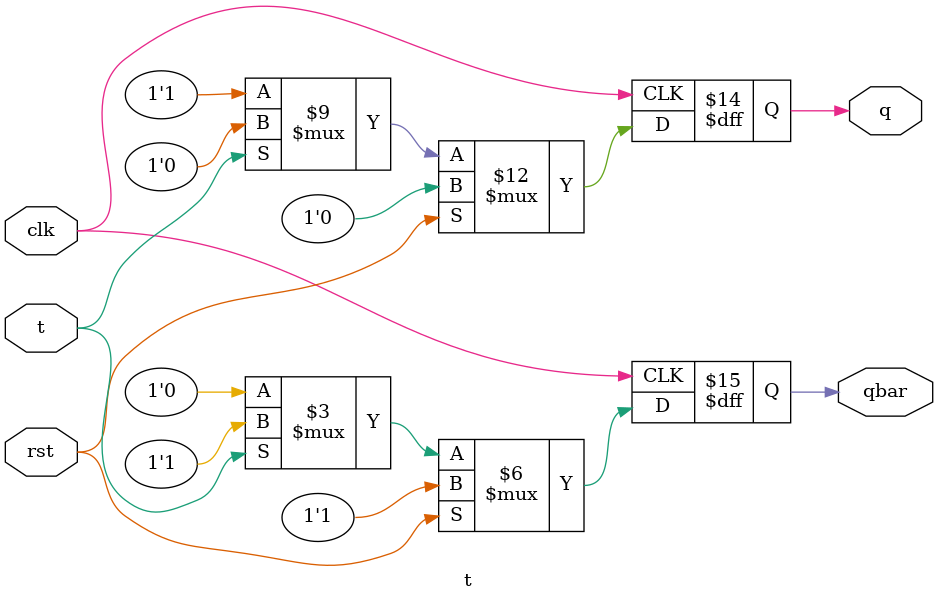
<source format=v>
module t(clk,rst,t,q,qbar);
input clk,rst,t;
output reg q,qbar;
 
always@(posedge clk)begin
if(rst)begin 
	q<=1'b0;
	qbar<=1'b1;
end
else begin 
	if(t) begin q<=1'b0 ; qbar<=1'b1; end
	else begin q<=1'b1 ; qbar<=1'b0; end
end
end
endmodule


</source>
